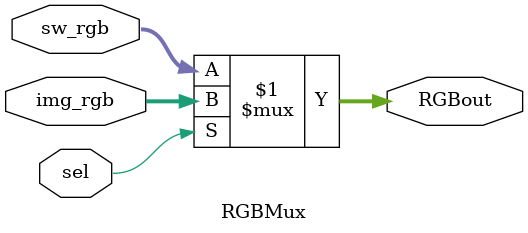
<source format=sv>

module RGBMux (
    input  logic sel,
    input  logic [11:0] img_rgb,
    input  logic [11:0] sw_rgb,
    output logic [11:0] RGBout
);
    assign RGBout = sel ? img_rgb : sw_rgb;
endmodule
</source>
